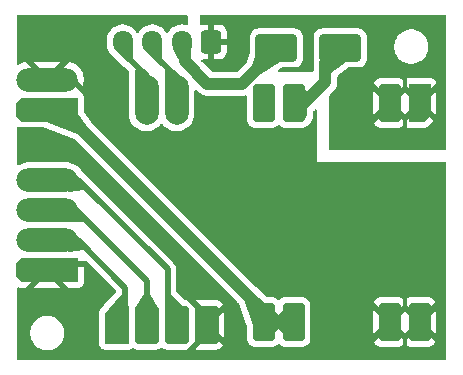
<source format=gbr>
%TF.GenerationSoftware,KiCad,Pcbnew,8.0.3*%
%TF.CreationDate,2025-03-04T21:36:17+03:00*%
%TF.ProjectId,5inch_dash_esp32s3,35696e63-685f-4646-9173-685f65737033,rev?*%
%TF.SameCoordinates,PX71969d0PY6c4a2b0*%
%TF.FileFunction,Copper,L1,Top*%
%TF.FilePolarity,Positive*%
%FSLAX46Y46*%
G04 Gerber Fmt 4.6, Leading zero omitted, Abs format (unit mm)*
G04 Created by KiCad (PCBNEW 8.0.3) date 2025-03-04 21:36:17*
%MOMM*%
%LPD*%
G01*
G04 APERTURE LIST*
G04 Aperture macros list*
%AMRoundRect*
0 Rectangle with rounded corners*
0 $1 Rounding radius*
0 $2 $3 $4 $5 $6 $7 $8 $9 X,Y pos of 4 corners*
0 Add a 4 corners polygon primitive as box body*
4,1,4,$2,$3,$4,$5,$6,$7,$8,$9,$2,$3,0*
0 Add four circle primitives for the rounded corners*
1,1,$1+$1,$2,$3*
1,1,$1+$1,$4,$5*
1,1,$1+$1,$6,$7*
1,1,$1+$1,$8,$9*
0 Add four rect primitives between the rounded corners*
20,1,$1+$1,$2,$3,$4,$5,0*
20,1,$1+$1,$4,$5,$6,$7,0*
20,1,$1+$1,$6,$7,$8,$9,0*
20,1,$1+$1,$8,$9,$2,$3,0*%
%AMOutline5P*
0 Free polygon, 5 corners , with rotation*
0 The origin of the aperture is its center*
0 number of corners: always 5*
0 $1 to $10 corner X, Y*
0 $11 Rotation angle, in degrees counterclockwise*
0 create outline with 5 corners*
4,1,5,$1,$2,$3,$4,$5,$6,$7,$8,$9,$10,$1,$2,$11*%
%AMOutline6P*
0 Free polygon, 6 corners , with rotation*
0 The origin of the aperture is its center*
0 number of corners: always 6*
0 $1 to $12 corner X, Y*
0 $13 Rotation angle, in degrees counterclockwise*
0 create outline with 6 corners*
4,1,6,$1,$2,$3,$4,$5,$6,$7,$8,$9,$10,$11,$12,$1,$2,$13*%
%AMOutline7P*
0 Free polygon, 7 corners , with rotation*
0 The origin of the aperture is its center*
0 number of corners: always 7*
0 $1 to $14 corner X, Y*
0 $15 Rotation angle, in degrees counterclockwise*
0 create outline with 7 corners*
4,1,7,$1,$2,$3,$4,$5,$6,$7,$8,$9,$10,$11,$12,$13,$14,$1,$2,$15*%
%AMOutline8P*
0 Free polygon, 8 corners , with rotation*
0 The origin of the aperture is its center*
0 number of corners: always 8*
0 $1 to $16 corner X, Y*
0 $17 Rotation angle, in degrees counterclockwise*
0 create outline with 8 corners*
4,1,8,$1,$2,$3,$4,$5,$6,$7,$8,$9,$10,$11,$12,$13,$14,$15,$16,$1,$2,$17*%
G04 Aperture macros list end*
%TA.AperFunction,SMDPad,CuDef*%
%ADD10Outline5P,-0.900000X1.060000X-0.360000X1.600000X0.900000X1.600000X0.900000X-1.600000X-0.900000X-1.600000X180.000000*%
%TD*%
%TA.AperFunction,SMDPad,CuDef*%
%ADD11RoundRect,0.225000X0.675000X1.375000X-0.675000X1.375000X-0.675000X-1.375000X0.675000X-1.375000X0*%
%TD*%
%TA.AperFunction,SMDPad,CuDef*%
%ADD12RoundRect,0.250000X1.500000X0.900000X-1.500000X0.900000X-1.500000X-0.900000X1.500000X-0.900000X0*%
%TD*%
%TA.AperFunction,SMDPad,CuDef*%
%ADD13Outline6P,-1.000000X2.200000X-0.600000X2.600000X0.600000X2.600000X1.000000X2.200000X1.000000X-2.600000X-1.000000X-2.600000X90.000000*%
%TD*%
%TA.AperFunction,SMDPad,CuDef*%
%ADD14O,5.200000X2.000000*%
%TD*%
%TA.AperFunction,SMDPad,CuDef*%
%ADD15Outline5P,-1.000000X1.000000X-0.400000X1.600000X1.000000X1.600000X1.000000X-1.600000X-1.000000X-1.600000X0.000000*%
%TD*%
%TA.AperFunction,SMDPad,CuDef*%
%ADD16RoundRect,0.250000X-0.750000X-1.350000X0.750000X-1.350000X0.750000X1.350000X-0.750000X1.350000X0*%
%TD*%
%TA.AperFunction,SMDPad,CuDef*%
%ADD17O,2.000000X4.200000*%
%TD*%
%TA.AperFunction,ComponentPad*%
%ADD18RoundRect,0.250000X0.600000X0.725000X-0.600000X0.725000X-0.600000X-0.725000X0.600000X-0.725000X0*%
%TD*%
%TA.AperFunction,ComponentPad*%
%ADD19O,1.700000X1.950000*%
%TD*%
%TA.AperFunction,Conductor*%
%ADD20C,0.500000*%
%TD*%
%TA.AperFunction,Conductor*%
%ADD21C,0.300000*%
%TD*%
%TA.AperFunction,Conductor*%
%ADD22C,1.000000*%
%TD*%
G04 APERTURE END LIST*
D10*
%TO.P,D2,1,GNDin1*%
%TO.N,GNDA*%
X34604000Y22271000D03*
D11*
%TO.P,D2,2,GNDin2*%
X32064000Y22271000D03*
%TO.P,D2,3,Vin1*%
%TO.N,Net-(D2-Vin1)*%
X23936000Y22271000D03*
%TO.P,D2,4,Vin2*%
X21396000Y22271000D03*
%TO.P,D2,5,Vout1*%
%TO.N,+5V*%
X21396000Y3729000D03*
%TO.P,D2,6,Vout2*%
X23936000Y3729000D03*
%TO.P,D2,7,GNDout1*%
%TO.N,GND*%
X32064000Y3729000D03*
%TO.P,D2,8,GNDout2*%
X34604000Y3729000D03*
%TD*%
D12*
%TO.P,D3,1,K*%
%TO.N,Net-(D2-Vin1)*%
X27866000Y26936000D03*
%TO.P,D3,2,A*%
%TO.N,+12V*%
X22466000Y26936000D03*
%TD*%
D13*
%TO.P,J3,1,Pin_1*%
%TO.N,+5V*%
X3068000Y21721000D03*
D14*
%TO.P,J3,2,Pin_2*%
%TO.N,GND*%
X3068000Y24261000D03*
%TD*%
D13*
%TO.P,J2,1,Pin_1*%
%TO.N,GND*%
X3068000Y8140000D03*
D14*
%TO.P,J2,2,Pin_2*%
%TO.N,+3.3V*%
X3068000Y10680000D03*
%TO.P,J2,3,Pin_3*%
%TO.N,TX*%
X3068000Y13220000D03*
%TO.P,J2,4,Pin_4*%
%TO.N,RX*%
X3068000Y15760000D03*
%TD*%
D15*
%TO.P,D1,1,Vcc*%
%TO.N,+3.3V*%
X8940000Y3500000D03*
D16*
%TO.P,D1,2,TX*%
%TO.N,TX*%
X11480000Y3500000D03*
%TO.P,D1,3,RX*%
%TO.N,RX*%
X14020000Y3500000D03*
%TO.P,D1,4,GND*%
%TO.N,GND*%
X16560000Y3500000D03*
D17*
%TO.P,D1,5,CAN-L*%
%TO.N,CAN-L*%
X14020000Y22500000D03*
%TO.P,D1,6,CAN-H*%
%TO.N,CAN-H*%
X11480000Y22500000D03*
%TD*%
D18*
%TO.P,J1,1,Pin_1*%
%TO.N,GNDA*%
X16958000Y27444000D03*
D19*
%TO.P,J1,2,Pin_2*%
%TO.N,+12V*%
X14458000Y27444000D03*
%TO.P,J1,3,Pin_3*%
%TO.N,CAN-L*%
X11958000Y27444000D03*
%TO.P,J1,4,Pin_4*%
%TO.N,CAN-H*%
X9458000Y27444000D03*
%TD*%
D20*
%TO.N,GND*%
X6400000Y23027238D02*
X6400000Y23000000D01*
X5166238Y24261000D02*
X6400000Y23027238D01*
X3068000Y24261000D02*
X5166238Y24261000D01*
D21*
%TO.N,GNDA*%
X33325090Y20992090D02*
X34604000Y22271000D01*
X33000000Y19386139D02*
X33325090Y19711229D01*
X33325090Y19711229D02*
X33325090Y20992090D01*
X33331906Y24668094D02*
X33250000Y24750000D01*
X33331906Y23543094D02*
X33331906Y24668094D01*
X34604000Y22271000D02*
X33331906Y23543094D01*
%TO.N,GND*%
X33331647Y5913627D02*
X33250000Y5995274D01*
X33331647Y5001353D02*
X33331647Y5913627D01*
X34604000Y3729000D02*
X33331647Y5001353D01*
X33322568Y1281423D02*
X33471638Y1132353D01*
X33322568Y2454476D02*
X33322568Y1281423D01*
X32517044Y3260000D02*
X33322568Y2454476D01*
X32204000Y3260000D02*
X32517044Y3260000D01*
D22*
%TO.N,Net-(D2-Vin1)*%
X27866000Y26936000D02*
X26623424Y25693424D01*
X26623424Y24029424D02*
X24584000Y21990000D01*
X24584000Y21990000D02*
X24584000Y21321000D01*
X26623424Y25693424D02*
X26623424Y24029424D01*
%TO.N,+12V*%
X14697745Y25802255D02*
X16612000Y23888000D01*
X14458000Y27444000D02*
X14697745Y27204255D01*
X14697745Y27204255D02*
X14697745Y25802255D01*
X22466000Y26776000D02*
X22466000Y26936000D01*
X16612000Y23888000D02*
X19578000Y23888000D01*
X19578000Y23888000D02*
X22466000Y26776000D01*
D20*
%TO.N,CAN-L*%
X12466000Y26034000D02*
X14020000Y24480000D01*
X12466000Y26936000D02*
X12466000Y26034000D01*
X14020000Y24480000D02*
X14020000Y22500000D01*
X11958000Y27444000D02*
X12466000Y26936000D01*
%TO.N,CAN-H*%
X9458000Y26542000D02*
X11480000Y24520000D01*
X11480000Y24520000D02*
X11480000Y22500000D01*
X9458000Y27444000D02*
X9458000Y26542000D01*
%TO.N,+3.3V*%
X5639000Y10680000D02*
X9675881Y6643119D01*
X9675881Y6643119D02*
X9675881Y4235881D01*
X3068000Y10680000D02*
X5639000Y10680000D01*
X9675881Y4235881D02*
X8940000Y3500000D01*
%TO.N,RX*%
X5684000Y15760000D02*
X13250000Y8194000D01*
X3068000Y15760000D02*
X5684000Y15760000D01*
X13250000Y4270000D02*
X14020000Y3500000D01*
X13250000Y8194000D02*
X13250000Y4270000D01*
%TO.N,GND*%
X14527311Y6303046D02*
X14385504Y6303046D01*
X16560000Y4128550D02*
X16560000Y4270357D01*
D21*
X16560000Y3500000D02*
X16560000Y4128550D01*
D20*
X16560000Y2678698D02*
X16507708Y2678698D01*
X4234000Y8140000D02*
X4760491Y8666491D01*
D21*
X16560000Y3500000D02*
X16560000Y2678698D01*
X4234000Y8140000D02*
X4894000Y8800000D01*
D20*
X4760491Y8666491D02*
X6239232Y8666491D01*
D21*
X3068000Y8140000D02*
X1674750Y8140000D01*
X3068000Y24261000D02*
X1489853Y24261000D01*
X3068000Y8140000D02*
X4234000Y8140000D01*
D20*
X14947479Y1118469D02*
X14947479Y1066177D01*
X16507708Y2678698D02*
X14947479Y1118469D01*
X16560000Y4270357D02*
X14527311Y6303046D01*
%TO.N,TX*%
X3068000Y13220000D02*
X5474000Y13220000D01*
X11480000Y7214000D02*
X11480000Y3500000D01*
X5474000Y13220000D02*
X11480000Y7214000D01*
D22*
%TO.N,+5V*%
X21650000Y3731000D02*
X21650000Y4350000D01*
D21*
X21650000Y3731000D02*
X24190000Y3731000D01*
D22*
X4279000Y21721000D02*
X3068000Y21721000D01*
X21650000Y4350000D02*
X4279000Y21721000D01*
%TD*%
%TA.AperFunction,Conductor*%
%TO.N,GND*%
G36*
X14921039Y29725815D02*
G01*
X14966794Y29673011D01*
X14978000Y29621500D01*
X14978000Y28990713D01*
X14958315Y28923674D01*
X14905511Y28877919D01*
X14836353Y28867975D01*
X14815684Y28872781D01*
X14812015Y28873974D01*
X14774243Y28886246D01*
X14774239Y28886247D01*
X14774238Y28886247D01*
X14655028Y28905128D01*
X14564287Y28919500D01*
X14351713Y28919500D01*
X14303042Y28911792D01*
X14141760Y28886247D01*
X13939585Y28820556D01*
X13750179Y28724049D01*
X13578213Y28599110D01*
X13427894Y28448791D01*
X13427890Y28448786D01*
X13308318Y28284207D01*
X13252989Y28241541D01*
X13183375Y28235562D01*
X13121580Y28268167D01*
X13107682Y28284207D01*
X12988109Y28448786D01*
X12988105Y28448791D01*
X12837786Y28599110D01*
X12665820Y28724049D01*
X12476414Y28820556D01*
X12476413Y28820557D01*
X12476412Y28820557D01*
X12274243Y28886246D01*
X12274241Y28886247D01*
X12274240Y28886247D01*
X12112957Y28911792D01*
X12064287Y28919500D01*
X11851713Y28919500D01*
X11803042Y28911792D01*
X11641760Y28886247D01*
X11439585Y28820556D01*
X11250179Y28724049D01*
X11078213Y28599110D01*
X10927894Y28448791D01*
X10927890Y28448786D01*
X10808318Y28284207D01*
X10752989Y28241541D01*
X10683375Y28235562D01*
X10621580Y28268167D01*
X10607682Y28284207D01*
X10488109Y28448786D01*
X10488105Y28448791D01*
X10337786Y28599110D01*
X10165820Y28724049D01*
X9976414Y28820556D01*
X9976413Y28820557D01*
X9976412Y28820557D01*
X9774243Y28886246D01*
X9774241Y28886247D01*
X9774240Y28886247D01*
X9612957Y28911792D01*
X9564287Y28919500D01*
X9351713Y28919500D01*
X9303042Y28911792D01*
X9141760Y28886247D01*
X8939585Y28820556D01*
X8750179Y28724049D01*
X8578213Y28599110D01*
X8427890Y28448787D01*
X8302951Y28276821D01*
X8206444Y28087415D01*
X8140753Y27885240D01*
X8107500Y27675287D01*
X8107500Y27212714D01*
X8140753Y27002761D01*
X8206444Y26800586D01*
X8302951Y26611180D01*
X8427890Y26439214D01*
X8427896Y26439208D01*
X8578208Y26288896D01*
X8631109Y26250462D01*
X8643586Y26240084D01*
X8644387Y26239324D01*
X8644390Y26239320D01*
X9582656Y25348728D01*
X9582663Y25348722D01*
X9582665Y25348720D01*
X9621905Y25314836D01*
X9634082Y25304550D01*
X9984144Y24954488D01*
X10017629Y24893165D01*
X10020380Y24862270D01*
X9975012Y23623261D01*
X9975742Y23571922D01*
X9975743Y23571915D01*
X9976831Y23566757D01*
X9979500Y23541167D01*
X9979500Y21281903D01*
X10016446Y21048632D01*
X10089433Y20824004D01*
X10194734Y20617342D01*
X10196657Y20613567D01*
X10335483Y20422490D01*
X10502490Y20255483D01*
X10693567Y20116657D01*
X10792991Y20065998D01*
X10904003Y20009434D01*
X10904005Y20009434D01*
X10904008Y20009432D01*
X11024412Y19970311D01*
X11128631Y19936447D01*
X11361903Y19899500D01*
X11361908Y19899500D01*
X11598097Y19899500D01*
X11831368Y19936447D01*
X12055992Y20009432D01*
X12266433Y20116657D01*
X12457510Y20255483D01*
X12624517Y20422490D01*
X12649682Y20457128D01*
X12705011Y20499793D01*
X12774625Y20505772D01*
X12836420Y20473167D01*
X12850315Y20457130D01*
X12875483Y20422490D01*
X13042490Y20255483D01*
X13233567Y20116657D01*
X13332991Y20065998D01*
X13444003Y20009434D01*
X13444005Y20009434D01*
X13444008Y20009432D01*
X13564412Y19970311D01*
X13668631Y19936447D01*
X13901903Y19899500D01*
X13901908Y19899500D01*
X14138097Y19899500D01*
X14371368Y19936447D01*
X14595992Y20009432D01*
X14806433Y20116657D01*
X14997510Y20255483D01*
X15164517Y20422490D01*
X15303343Y20613567D01*
X15410568Y20824008D01*
X15483553Y21048632D01*
X15520500Y21281903D01*
X15520500Y23265218D01*
X15540185Y23332257D01*
X15592989Y23378012D01*
X15662147Y23387956D01*
X15725703Y23358931D01*
X15732157Y23352922D01*
X15834860Y23250219D01*
X15834861Y23250218D01*
X15912878Y23172201D01*
X15974219Y23110860D01*
X16138079Y23001372D01*
X16138086Y23001368D01*
X16221954Y22966629D01*
X16320164Y22925949D01*
X16513454Y22887501D01*
X16513457Y22887500D01*
X16513459Y22887500D01*
X19676542Y22887500D01*
X19695870Y22891345D01*
X19773188Y22906725D01*
X19847312Y22921469D01*
X19916903Y22915240D01*
X19972079Y22872376D01*
X19995322Y22806485D01*
X19995500Y22799851D01*
X19995500Y20847663D01*
X19995501Y20847645D01*
X20005650Y20748293D01*
X20005651Y20748290D01*
X20058996Y20587306D01*
X20059001Y20587295D01*
X20148029Y20442960D01*
X20148032Y20442956D01*
X20267955Y20323033D01*
X20267959Y20323030D01*
X20412294Y20234002D01*
X20412297Y20234001D01*
X20412303Y20233997D01*
X20573292Y20180651D01*
X20672655Y20170500D01*
X22119344Y20170501D01*
X22119352Y20170502D01*
X22119355Y20170502D01*
X22173760Y20176060D01*
X22218708Y20180651D01*
X22379697Y20233997D01*
X22524044Y20323032D01*
X22578319Y20377307D01*
X22639642Y20410792D01*
X22709334Y20405808D01*
X22753681Y20377307D01*
X22807955Y20323033D01*
X22807959Y20323030D01*
X22952294Y20234002D01*
X22952297Y20234001D01*
X22952303Y20233997D01*
X23113292Y20180651D01*
X23212655Y20170500D01*
X24659344Y20170501D01*
X24659352Y20170502D01*
X24659355Y20170502D01*
X24713760Y20176060D01*
X24758708Y20180651D01*
X24919697Y20233997D01*
X25064044Y20323032D01*
X25183968Y20442956D01*
X25273003Y20587303D01*
X25276795Y20593450D01*
X25278011Y20592700D01*
X25295258Y20617338D01*
X25361139Y20683218D01*
X25470632Y20847086D01*
X25546051Y21029165D01*
X25584500Y21222459D01*
X25584500Y21524219D01*
X25604185Y21591258D01*
X25620815Y21611896D01*
X25716320Y21707401D01*
X25777642Y21740885D01*
X25847334Y21735901D01*
X25903267Y21694029D01*
X25927684Y21628565D01*
X25928000Y21619719D01*
X25928000Y17284000D01*
X36741500Y17284000D01*
X36808539Y17264315D01*
X36854294Y17211511D01*
X36865500Y17160000D01*
X36865500Y624500D01*
X36845815Y557461D01*
X36793011Y511706D01*
X36741500Y500500D01*
X624500Y500500D01*
X557461Y520185D01*
X511706Y572989D01*
X500500Y624500D01*
X500500Y2920163D01*
X1617500Y2920163D01*
X1617500Y2691838D01*
X1653215Y2466340D01*
X1723770Y2249197D01*
X1760080Y2177936D01*
X1827421Y2045772D01*
X1961621Y1861063D01*
X2123063Y1699621D01*
X2307772Y1565421D01*
X2360912Y1538345D01*
X2511196Y1461771D01*
X2511198Y1461771D01*
X2511201Y1461769D01*
X2627592Y1423951D01*
X2728339Y1391216D01*
X2953838Y1355500D01*
X2953843Y1355500D01*
X3182162Y1355500D01*
X3407660Y1391216D01*
X3433155Y1399500D01*
X3624799Y1461769D01*
X3828228Y1565421D01*
X4012937Y1699621D01*
X4174379Y1861063D01*
X4308579Y2045772D01*
X4412231Y2249201D01*
X4482784Y2466340D01*
X4518500Y2691838D01*
X4518500Y2920163D01*
X4482784Y3145661D01*
X4412229Y3362804D01*
X4342323Y3500001D01*
X4308579Y3566228D01*
X4174379Y3750937D01*
X4012937Y3912379D01*
X3828228Y4046579D01*
X3624803Y4150230D01*
X3407660Y4220785D01*
X3182162Y4256500D01*
X3182157Y4256500D01*
X2953843Y4256500D01*
X2953838Y4256500D01*
X2728339Y4220785D01*
X2511196Y4150230D01*
X2307771Y4046579D01*
X2123061Y3912378D01*
X1961622Y3750939D01*
X1827421Y3566229D01*
X1723770Y3362804D01*
X1653215Y3145661D01*
X1617500Y2920163D01*
X500500Y2920163D01*
X500500Y6565448D01*
X520185Y6632487D01*
X572989Y6678242D01*
X642147Y6688186D01*
X671953Y6680009D01*
X743075Y6650550D01*
X827058Y6640001D01*
X827065Y6640000D01*
X1214447Y6640000D01*
X1214447Y6640001D01*
X1921552Y6640001D01*
X1921553Y6640000D01*
X4214447Y6640000D01*
X4214447Y6640001D01*
X3068000Y7786447D01*
X1921552Y6640001D01*
X1214447Y6640001D01*
X2980319Y8405872D01*
X3041642Y8439357D01*
X3111334Y8434373D01*
X3155681Y8405872D01*
X4921553Y6640000D01*
X5715828Y6640000D01*
X5715844Y6640001D01*
X5775372Y6646402D01*
X5775379Y6646404D01*
X5910086Y6696646D01*
X5910093Y6696650D01*
X6025187Y6782810D01*
X6025190Y6782813D01*
X6111350Y6897907D01*
X6111354Y6897914D01*
X6161596Y7032621D01*
X6161598Y7032628D01*
X6167999Y7092156D01*
X6168000Y7092173D01*
X6168000Y8790270D01*
X6187685Y8857309D01*
X6240489Y8903064D01*
X6309647Y8913008D01*
X6373203Y8883983D01*
X6379681Y8877951D01*
X8856654Y6400978D01*
X8890139Y6339655D01*
X8885155Y6269963D01*
X8860711Y6229869D01*
X7911585Y5186205D01*
X7911568Y5186185D01*
X7897997Y5167781D01*
X7885882Y5153698D01*
X7557117Y4824933D01*
X7557108Y4824923D01*
X7505136Y4758018D01*
X7450060Y4625050D01*
X7439500Y4540981D01*
X7439500Y1852130D01*
X7439501Y1852124D01*
X7445908Y1792517D01*
X7496202Y1657672D01*
X7496206Y1657665D01*
X7582452Y1542456D01*
X7582455Y1542453D01*
X7697664Y1456207D01*
X7697671Y1456203D01*
X7832517Y1405909D01*
X7832516Y1405909D01*
X7839444Y1405165D01*
X7892127Y1399500D01*
X9987872Y1399501D01*
X10047483Y1405909D01*
X10182331Y1456204D01*
X10224488Y1487764D01*
X10289949Y1512180D01*
X10358222Y1497329D01*
X10363893Y1494035D01*
X10374064Y1487762D01*
X10410666Y1465186D01*
X10577203Y1410001D01*
X10679991Y1399500D01*
X12280008Y1399501D01*
X12382797Y1410001D01*
X12549334Y1465186D01*
X12684905Y1548807D01*
X12752296Y1567246D01*
X12815094Y1548807D01*
X12950666Y1465186D01*
X13117203Y1410001D01*
X13219991Y1399500D01*
X14820008Y1399501D01*
X14922797Y1410001D01*
X15089334Y1465186D01*
X15225382Y1549102D01*
X15292771Y1567540D01*
X15355573Y1549099D01*
X15490869Y1465647D01*
X15490880Y1465642D01*
X15657302Y1410495D01*
X15657309Y1410494D01*
X15760019Y1400001D01*
X17359971Y1400001D01*
X17359987Y1400002D01*
X17462697Y1410495D01*
X17629119Y1465642D01*
X17629124Y1465644D01*
X17778345Y1557685D01*
X17902314Y1681654D01*
X17949039Y1757408D01*
X17949039Y1757409D01*
X16294128Y3412320D01*
X16260643Y3473643D01*
X16262528Y3500001D01*
X16913553Y3500001D01*
X16913553Y3499999D01*
X18059998Y2353554D01*
X18059999Y2353555D01*
X18059999Y4646447D01*
X18059998Y4646448D01*
X16913553Y3500001D01*
X16262528Y3500001D01*
X16265627Y3543335D01*
X16294128Y3587682D01*
X16560000Y3853553D01*
X17949039Y5242593D01*
X17949039Y5242594D01*
X17902315Y5318346D01*
X17778345Y5442316D01*
X17629124Y5534357D01*
X17629119Y5534359D01*
X17462697Y5589506D01*
X17462690Y5589507D01*
X17359980Y5600000D01*
X15760028Y5600000D01*
X15760012Y5599999D01*
X15657302Y5589506D01*
X15490880Y5534359D01*
X15490875Y5534357D01*
X15355573Y5450901D01*
X15288180Y5432461D01*
X15225380Y5450901D01*
X15089340Y5534811D01*
X15089335Y5534813D01*
X15089334Y5534814D01*
X14922797Y5589999D01*
X14922794Y5590000D01*
X14827288Y5599757D01*
X14762596Y5626154D01*
X14756175Y5631640D01*
X14040784Y6286348D01*
X14004619Y6346129D01*
X14000500Y6377823D01*
X14000500Y8267921D01*
X13971659Y8412908D01*
X13971658Y8412909D01*
X13971658Y8412913D01*
X13915084Y8549495D01*
X13882186Y8598730D01*
X13882185Y8598732D01*
X13832956Y8672411D01*
X13832952Y8672416D01*
X6918563Y15586805D01*
X6907206Y15599870D01*
X6890996Y15621386D01*
X6890987Y15621395D01*
X5935327Y16571177D01*
X5922419Y16586243D01*
X5812522Y16737504D01*
X5812518Y16737509D01*
X5645512Y16904515D01*
X5645510Y16904517D01*
X5454433Y17043343D01*
X5428945Y17056330D01*
X5243996Y17150567D01*
X5019368Y17223554D01*
X4786097Y17260500D01*
X4786092Y17260500D01*
X1349908Y17260500D01*
X1349903Y17260500D01*
X1116631Y17223554D01*
X892003Y17150567D01*
X680795Y17042950D01*
X612126Y17030054D01*
X547385Y17056330D01*
X507128Y17113437D01*
X500500Y17153435D01*
X500500Y20145907D01*
X520185Y20212946D01*
X572989Y20258701D01*
X642147Y20268645D01*
X671951Y20260469D01*
X742950Y20231060D01*
X827023Y20220500D01*
X2670178Y20220501D01*
X2713627Y20212640D01*
X5338777Y19230529D01*
X5383009Y19202071D01*
X19232063Y5353017D01*
X19260317Y5309324D01*
X19925091Y3557251D01*
X19925092Y3557247D01*
X19925093Y3557247D01*
X19929091Y3546709D01*
X19929091Y3546708D01*
X19987436Y3392934D01*
X19995500Y3348946D01*
X19995500Y2305663D01*
X19995501Y2305645D01*
X20005650Y2206293D01*
X20005651Y2206290D01*
X20058996Y2045306D01*
X20059001Y2045295D01*
X20148029Y1900960D01*
X20148032Y1900956D01*
X20267955Y1781033D01*
X20267959Y1781030D01*
X20412294Y1692002D01*
X20412297Y1692001D01*
X20412303Y1691997D01*
X20573292Y1638651D01*
X20672655Y1628500D01*
X22119344Y1628501D01*
X22119352Y1628502D01*
X22119355Y1628502D01*
X22173760Y1634060D01*
X22218708Y1638651D01*
X22379697Y1691997D01*
X22524044Y1781032D01*
X22578319Y1835307D01*
X22639642Y1868792D01*
X22709334Y1863808D01*
X22753681Y1835307D01*
X22807955Y1781033D01*
X22807959Y1781030D01*
X22952294Y1692002D01*
X22952297Y1692001D01*
X22952303Y1691997D01*
X23113292Y1638651D01*
X23212655Y1628500D01*
X24659344Y1628501D01*
X24659352Y1628502D01*
X24659355Y1628502D01*
X24713760Y1634060D01*
X24758708Y1638651D01*
X24919697Y1691997D01*
X25064044Y1781032D01*
X25183968Y1900956D01*
X25270611Y2041425D01*
X30729976Y2041425D01*
X30729976Y2041423D01*
X30816423Y1901272D01*
X30936271Y1781425D01*
X31080507Y1692458D01*
X31080518Y1692453D01*
X31241393Y1639145D01*
X31340683Y1629001D01*
X32787307Y1629001D01*
X32787323Y1629002D01*
X32886607Y1639145D01*
X33047481Y1692453D01*
X33047492Y1692458D01*
X33191728Y1781425D01*
X33191732Y1781428D01*
X33246319Y1836014D01*
X33307642Y1869499D01*
X33377334Y1864515D01*
X33421681Y1836014D01*
X33476267Y1781428D01*
X33476271Y1781425D01*
X33620507Y1692458D01*
X33620518Y1692453D01*
X33781393Y1639145D01*
X33880683Y1629001D01*
X35327307Y1629001D01*
X35327323Y1629002D01*
X35426607Y1639145D01*
X35587481Y1692453D01*
X35587492Y1692458D01*
X35731728Y1781425D01*
X35731732Y1781428D01*
X35851572Y1901268D01*
X35851575Y1901272D01*
X35938022Y2041423D01*
X35938022Y2041426D01*
X34604000Y3375447D01*
X33507000Y2278448D01*
X33507000Y2229447D01*
X33487315Y2162408D01*
X33434511Y2116653D01*
X33383000Y2105447D01*
X33285000Y2105447D01*
X33217961Y2125132D01*
X33172206Y2177936D01*
X33161000Y2229447D01*
X33161000Y2278447D01*
X32064000Y3375447D01*
X30729976Y2041425D01*
X25270611Y2041425D01*
X25273003Y2045303D01*
X25326349Y2206292D01*
X25336500Y2305655D01*
X25336500Y2682554D01*
X30664000Y2682554D01*
X31710447Y3729000D01*
X32417553Y3729000D01*
X33334000Y2812553D01*
X34250447Y3729000D01*
X34250446Y3729001D01*
X34957553Y3729001D01*
X34957553Y3729000D01*
X36003998Y2682554D01*
X36003999Y2682555D01*
X36003999Y4775447D01*
X36003998Y4775448D01*
X34957553Y3729001D01*
X34250446Y3729001D01*
X33334000Y4645447D01*
X32417553Y3729000D01*
X31710447Y3729000D01*
X31710447Y3729001D01*
X30664000Y4775448D01*
X30664000Y2682554D01*
X25336500Y2682554D01*
X25336499Y5152344D01*
X25334763Y5169334D01*
X25326349Y5251708D01*
X25326348Y5251711D01*
X25307257Y5309324D01*
X25273003Y5412697D01*
X25272999Y5412703D01*
X25272998Y5412706D01*
X25270610Y5416578D01*
X30729976Y5416578D01*
X30729976Y5416577D01*
X32064000Y4082553D01*
X33160999Y5179553D01*
X33161000Y5179554D01*
X33161000Y5228553D01*
X33180685Y5295592D01*
X33233489Y5341347D01*
X33285000Y5352553D01*
X33383000Y5352553D01*
X33450039Y5332868D01*
X33495794Y5280064D01*
X33507000Y5228553D01*
X33507000Y5179553D01*
X34604000Y4082553D01*
X34604001Y4082553D01*
X35938022Y5416577D01*
X35938022Y5416578D01*
X35851572Y5556733D01*
X35731728Y5676576D01*
X35587492Y5765543D01*
X35587481Y5765548D01*
X35426606Y5818856D01*
X35327316Y5829000D01*
X33880692Y5829000D01*
X33880676Y5828999D01*
X33781392Y5818856D01*
X33620518Y5765548D01*
X33620507Y5765543D01*
X33476271Y5676576D01*
X33421681Y5621986D01*
X33360357Y5588502D01*
X33290665Y5593487D01*
X33246319Y5621986D01*
X33191728Y5676576D01*
X33047492Y5765543D01*
X33047481Y5765548D01*
X32886606Y5818856D01*
X32787316Y5829000D01*
X31340692Y5829000D01*
X31340676Y5828999D01*
X31241392Y5818856D01*
X31080518Y5765548D01*
X31080507Y5765543D01*
X30936271Y5676576D01*
X30816427Y5556733D01*
X30729976Y5416578D01*
X25270610Y5416578D01*
X25183970Y5557041D01*
X25183967Y5557045D01*
X25064044Y5676968D01*
X25064040Y5676971D01*
X24919705Y5765999D01*
X24919699Y5766002D01*
X24919697Y5766003D01*
X24919694Y5766004D01*
X24758709Y5819349D01*
X24659346Y5829500D01*
X23212662Y5829500D01*
X23212644Y5829499D01*
X23113292Y5819350D01*
X23113289Y5819349D01*
X22952305Y5766004D01*
X22952294Y5765999D01*
X22807959Y5676971D01*
X22807955Y5676968D01*
X22753681Y5622693D01*
X22692358Y5589208D01*
X22622666Y5594192D01*
X22578319Y5622693D01*
X22524044Y5676968D01*
X22524040Y5676971D01*
X22379705Y5765999D01*
X22379699Y5766002D01*
X22379697Y5766003D01*
X22379694Y5766004D01*
X22218709Y5819349D01*
X22119352Y5829500D01*
X22119345Y5829500D01*
X21726117Y5829500D01*
X21659078Y5849185D01*
X21642755Y5861703D01*
X20744549Y6677374D01*
X20744546Y6677376D01*
X20744540Y6677382D01*
X20712292Y6704309D01*
X20712289Y6704311D01*
X20707903Y6707973D01*
X20708173Y6708297D01*
X20698886Y6716034D01*
X6754344Y20660576D01*
X6739374Y20678696D01*
X6189848Y21489633D01*
X6168536Y21556173D01*
X6168499Y21559194D01*
X6168499Y22768871D01*
X6168498Y22768877D01*
X6162091Y22828484D01*
X6111797Y22963329D01*
X6111793Y22963336D01*
X6025547Y23078545D01*
X6025544Y23078548D01*
X5910335Y23164794D01*
X5902546Y23169047D01*
X5904267Y23172201D01*
X5862025Y23203814D01*
X5837599Y23269275D01*
X5852442Y23337550D01*
X5860964Y23351023D01*
X5950914Y23474829D01*
X6058102Y23685198D01*
X6131065Y23909753D01*
X6168000Y24142948D01*
X6168000Y24379053D01*
X6131065Y24612248D01*
X6058102Y24836803D01*
X5950914Y25047172D01*
X5812133Y25238187D01*
X5645186Y25405134D01*
X5454171Y25543915D01*
X5243802Y25651103D01*
X5019246Y25724066D01*
X4903026Y25742474D01*
X4903024Y25742473D01*
X3155680Y23995129D01*
X3094357Y23961644D01*
X3024665Y23966628D01*
X2980318Y23995129D01*
X1232974Y25742474D01*
X1232972Y25742474D01*
X1116753Y25724066D01*
X892197Y25651103D01*
X680795Y25543388D01*
X612126Y25530492D01*
X547385Y25556768D01*
X507128Y25613875D01*
X500500Y25653873D01*
X500500Y25761000D01*
X1921553Y25761000D01*
X3068000Y24614554D01*
X4214446Y25761000D01*
X1921553Y25761000D01*
X500500Y25761000D01*
X500500Y29621500D01*
X520185Y29688539D01*
X572989Y29734294D01*
X624500Y29745500D01*
X14854000Y29745500D01*
X14921039Y29725815D01*
G37*
%TD.AperFunction*%
%TD*%
%TA.AperFunction,Conductor*%
%TO.N,GNDA*%
G36*
X36808539Y29725815D02*
G01*
X36854294Y29673011D01*
X36865500Y29621500D01*
X36865500Y18424000D01*
X36845815Y18356961D01*
X36793011Y18311206D01*
X36741500Y18300000D01*
X27068000Y18300000D01*
X27000961Y18319685D01*
X26955206Y18372489D01*
X26944000Y18424000D01*
X26944000Y20583425D01*
X30729976Y20583425D01*
X30729976Y20583423D01*
X30816423Y20443272D01*
X30936271Y20323425D01*
X31080507Y20234458D01*
X31080518Y20234453D01*
X31241393Y20181145D01*
X31340683Y20171001D01*
X32787307Y20171001D01*
X32787323Y20171002D01*
X32886607Y20181145D01*
X33047481Y20234453D01*
X33047492Y20234458D01*
X33197879Y20327218D01*
X33199556Y20324499D01*
X33251079Y20345342D01*
X33319734Y20332368D01*
X33339086Y20318290D01*
X33339712Y20319125D01*
X33461906Y20227650D01*
X33461913Y20227646D01*
X33596620Y20177404D01*
X33596627Y20177402D01*
X33656155Y20171001D01*
X33656172Y20171000D01*
X35004942Y20171000D01*
X35004943Y20171001D01*
X35088925Y20181550D01*
X35221758Y20236571D01*
X35288597Y20288493D01*
X35288610Y20288504D01*
X35760776Y20760671D01*
X35760776Y20760672D01*
X34604000Y21917447D01*
X33507000Y20820448D01*
X33507000Y20771447D01*
X33487315Y20704408D01*
X33434511Y20658653D01*
X33383000Y20647447D01*
X33285000Y20647447D01*
X33217961Y20667132D01*
X33172206Y20719936D01*
X33161000Y20771447D01*
X33161000Y20820447D01*
X32064000Y21917447D01*
X30729976Y20583425D01*
X26944000Y20583425D01*
X26944000Y21224554D01*
X30664000Y21224554D01*
X31710447Y22271000D01*
X32417553Y22271000D01*
X33334000Y21354553D01*
X34250447Y22271000D01*
X34250446Y22271001D01*
X34957553Y22271001D01*
X34957553Y22271000D01*
X36003999Y21224553D01*
X36004000Y21224554D01*
X36004000Y23317447D01*
X36003999Y23317448D01*
X34957553Y22271001D01*
X34250446Y22271001D01*
X33334000Y23187447D01*
X32417553Y22271000D01*
X31710447Y22271000D01*
X31710447Y22271001D01*
X30664000Y23317448D01*
X30664000Y21224554D01*
X26944000Y21224554D01*
X26944000Y22883719D01*
X26963685Y22950758D01*
X26980319Y22971400D01*
X27010287Y23001368D01*
X27261202Y23252283D01*
X27261206Y23252285D01*
X27400563Y23391642D01*
X27510056Y23555510D01*
X27563385Y23684259D01*
X27585475Y23737588D01*
X27623924Y23930884D01*
X27623924Y23958578D01*
X30729976Y23958578D01*
X30729976Y23958577D01*
X32064000Y22624553D01*
X33160999Y23721553D01*
X33161000Y23721554D01*
X33161000Y23770553D01*
X33180685Y23837592D01*
X33233489Y23883347D01*
X33285000Y23894553D01*
X33383000Y23894553D01*
X33450039Y23874868D01*
X33495794Y23822064D01*
X33507000Y23770553D01*
X33507000Y23721553D01*
X34604000Y22624553D01*
X34604001Y22624553D01*
X35986792Y24007346D01*
X35947352Y24113091D01*
X35947351Y24113092D01*
X35861190Y24228188D01*
X35861187Y24228191D01*
X35746093Y24314351D01*
X35746086Y24314355D01*
X35611379Y24364597D01*
X35611372Y24364599D01*
X35551844Y24371000D01*
X33656155Y24371000D01*
X33596627Y24364599D01*
X33596620Y24364597D01*
X33461913Y24314355D01*
X33461906Y24314351D01*
X33339712Y24222875D01*
X33337941Y24225241D01*
X33289642Y24198881D01*
X33219952Y24203883D01*
X33198577Y24215915D01*
X33197879Y24214782D01*
X33047492Y24307543D01*
X33047481Y24307548D01*
X32886606Y24360856D01*
X32787316Y24371000D01*
X31340692Y24371000D01*
X31340676Y24370999D01*
X31241392Y24360856D01*
X31080518Y24307548D01*
X31080507Y24307543D01*
X30936271Y24218576D01*
X30816427Y24098733D01*
X30729976Y23958578D01*
X27623924Y23958578D01*
X27623924Y24127964D01*
X27623924Y24514184D01*
X27643609Y24581223D01*
X27671382Y24611741D01*
X28496472Y25259060D01*
X28561366Y25284953D01*
X28573011Y25285501D01*
X29416002Y25285501D01*
X29416008Y25285501D01*
X29518797Y25296001D01*
X29685334Y25351186D01*
X29834656Y25443288D01*
X29958712Y25567344D01*
X30050814Y25716666D01*
X30105999Y25883203D01*
X30116500Y25985991D01*
X30116499Y27164163D01*
X32443500Y27164163D01*
X32443500Y26935838D01*
X32479215Y26710340D01*
X32549770Y26493197D01*
X32597320Y26399876D01*
X32653421Y26289772D01*
X32787621Y26105063D01*
X32949063Y25943621D01*
X33133772Y25809421D01*
X33223428Y25763739D01*
X33337196Y25705771D01*
X33337198Y25705771D01*
X33337201Y25705769D01*
X33453592Y25667951D01*
X33554339Y25635216D01*
X33779838Y25599500D01*
X33779843Y25599500D01*
X34008162Y25599500D01*
X34233660Y25635216D01*
X34450799Y25705769D01*
X34654228Y25809421D01*
X34838937Y25943621D01*
X35000379Y26105063D01*
X35134579Y26289772D01*
X35238231Y26493201D01*
X35308784Y26710340D01*
X35344500Y26935838D01*
X35344500Y27164163D01*
X35308784Y27389661D01*
X35238229Y27606804D01*
X35134578Y27810229D01*
X35124504Y27824095D01*
X35000379Y27994937D01*
X34838937Y28156379D01*
X34654228Y28290579D01*
X34450803Y28394230D01*
X34233660Y28464785D01*
X34008162Y28500500D01*
X34008157Y28500500D01*
X33779843Y28500500D01*
X33779838Y28500500D01*
X33554339Y28464785D01*
X33337196Y28394230D01*
X33133771Y28290579D01*
X32949061Y28156378D01*
X32787622Y27994939D01*
X32653421Y27810229D01*
X32549770Y27606804D01*
X32479215Y27389661D01*
X32443500Y27164163D01*
X30116499Y27164163D01*
X30116499Y27886008D01*
X30116435Y27886630D01*
X30105999Y27988797D01*
X30105998Y27988800D01*
X30103964Y27994939D01*
X30050814Y28155334D01*
X29958712Y28304656D01*
X29834656Y28428712D01*
X29738332Y28488125D01*
X29685336Y28520813D01*
X29685331Y28520815D01*
X29683862Y28521302D01*
X29518797Y28575999D01*
X29518795Y28576000D01*
X29416010Y28586500D01*
X26315998Y28586500D01*
X26315981Y28586499D01*
X26213203Y28576000D01*
X26213200Y28575999D01*
X26046668Y28520815D01*
X26046663Y28520813D01*
X25897342Y28428711D01*
X25773289Y28304658D01*
X25681187Y28155337D01*
X25681186Y28155334D01*
X25626001Y27988797D01*
X25626001Y27988796D01*
X25626000Y27988796D01*
X25615500Y27886017D01*
X25615500Y25985999D01*
X25615501Y25985981D01*
X25624481Y25898081D01*
X25625120Y25884636D01*
X25624625Y25811899D01*
X25623215Y25798052D01*
X25623520Y25798022D01*
X25622924Y25791969D01*
X25622924Y25561947D01*
X25622921Y25561104D01*
X25619291Y25027157D01*
X25599151Y24960253D01*
X25546037Y24914858D01*
X25495294Y24904000D01*
X22755334Y24904000D01*
X22688295Y24923685D01*
X22642540Y24976489D01*
X22632596Y25045647D01*
X22661621Y25109203D01*
X22688206Y25132258D01*
X22895550Y25265759D01*
X22962573Y25285501D01*
X24016002Y25285501D01*
X24016008Y25285501D01*
X24118797Y25296001D01*
X24285334Y25351186D01*
X24434656Y25443288D01*
X24558712Y25567344D01*
X24650814Y25716666D01*
X24705999Y25883203D01*
X24716500Y25985991D01*
X24716499Y27886008D01*
X24716435Y27886630D01*
X24705999Y27988797D01*
X24705998Y27988800D01*
X24703964Y27994939D01*
X24650814Y28155334D01*
X24558712Y28304656D01*
X24434656Y28428712D01*
X24338332Y28488125D01*
X24285336Y28520813D01*
X24285331Y28520815D01*
X24283862Y28521302D01*
X24118797Y28575999D01*
X24118795Y28576000D01*
X24016010Y28586500D01*
X20915998Y28586500D01*
X20915981Y28586499D01*
X20813203Y28576000D01*
X20813200Y28575999D01*
X20646668Y28520815D01*
X20646663Y28520813D01*
X20497342Y28428711D01*
X20373289Y28304658D01*
X20281187Y28155337D01*
X20281186Y28155334D01*
X20226001Y27988797D01*
X20226001Y27988796D01*
X20226000Y27988796D01*
X20215500Y27886017D01*
X20215500Y26607865D01*
X20210884Y26574348D01*
X19970404Y25717788D01*
X19938701Y25663624D01*
X19215399Y24940319D01*
X19154076Y24906834D01*
X19127718Y24904000D01*
X17062283Y24904000D01*
X16995244Y24923685D01*
X16974602Y24940319D01*
X16151182Y25763739D01*
X16117697Y25825062D01*
X16122681Y25894754D01*
X16164553Y25950687D01*
X16230017Y25975104D01*
X16251466Y25974778D01*
X16308020Y25969001D01*
X16707999Y25969001D01*
X16708000Y25969002D01*
X16708000Y27039855D01*
X16774657Y27001370D01*
X16895465Y26969000D01*
X17020535Y26969000D01*
X17141343Y27001370D01*
X17208000Y27039855D01*
X17208000Y25969001D01*
X17607972Y25969001D01*
X17607986Y25969002D01*
X17710697Y25979495D01*
X17877119Y26034642D01*
X17877124Y26034644D01*
X18026345Y26126685D01*
X18150315Y26250655D01*
X18242356Y26399876D01*
X18242358Y26399881D01*
X18297505Y26566303D01*
X18297506Y26566310D01*
X18307999Y26669014D01*
X18308000Y26669027D01*
X18308000Y27194000D01*
X17362146Y27194000D01*
X17400630Y27260657D01*
X17433000Y27381465D01*
X17433000Y27506535D01*
X17400630Y27627343D01*
X17362146Y27694000D01*
X18307999Y27694000D01*
X18307999Y28218972D01*
X18307998Y28218987D01*
X18297505Y28321698D01*
X18242358Y28488120D01*
X18242356Y28488125D01*
X18150315Y28637346D01*
X18026345Y28761316D01*
X17877124Y28853357D01*
X17877119Y28853359D01*
X17710697Y28908506D01*
X17710690Y28908507D01*
X17607986Y28919000D01*
X17208000Y28919000D01*
X17208000Y27848146D01*
X17141343Y27886630D01*
X17020535Y27919000D01*
X16895465Y27919000D01*
X16774657Y27886630D01*
X16708000Y27848146D01*
X16708000Y28919000D01*
X16308028Y28919000D01*
X16308012Y28918999D01*
X16205299Y28908506D01*
X16157002Y28892502D01*
X16087174Y28890101D01*
X16027133Y28925833D01*
X15995941Y28988354D01*
X15994000Y29010208D01*
X15994000Y29621500D01*
X16013685Y29688539D01*
X16066489Y29734294D01*
X16118000Y29745500D01*
X36741500Y29745500D01*
X36808539Y29725815D01*
G37*
%TD.AperFunction*%
%TD*%
%TA.AperFunction,Conductor*%
%TO.N,Net-(D2-Vin1)*%
G36*
X27870490Y26926102D02*
G01*
X27871084Y26924889D01*
X28345718Y25794227D01*
X28345761Y25785272D01*
X28342152Y25780493D01*
X27126604Y24826841D01*
X27119382Y24824346D01*
X26135204Y24824346D01*
X26126931Y24827773D01*
X26123504Y24836046D01*
X26123504Y24836126D01*
X26131097Y25953081D01*
X26134580Y25961327D01*
X26137051Y25963190D01*
X27854555Y26930555D01*
X27863444Y26931628D01*
X27870490Y26926102D01*
G37*
%TD.AperFunction*%
%TD*%
%TA.AperFunction,Conductor*%
%TO.N,Net-(D2-Vin1)*%
G36*
X24843227Y23584321D02*
G01*
X24845871Y23581845D01*
X25118842Y23231949D01*
X25118846Y23231945D01*
X25817105Y22533686D01*
X25820532Y22525413D01*
X25817105Y22517140D01*
X25816536Y22516607D01*
X24842800Y21664706D01*
X24834317Y21661838D01*
X24828524Y21663832D01*
X23944980Y22263716D01*
X23940060Y22271199D01*
X23941871Y22279965D01*
X24826973Y23581228D01*
X24834459Y23586141D01*
X24843227Y23584321D01*
G37*
%TD.AperFunction*%
%TD*%
%TA.AperFunction,Conductor*%
%TO.N,+12V*%
G36*
X14463605Y27442502D02*
G01*
X15282684Y27156312D01*
X15289364Y27150348D01*
X15290425Y27143740D01*
X15148197Y26063364D01*
X15144870Y26056618D01*
X14452441Y25364189D01*
X14444168Y25360762D01*
X14435895Y25364189D01*
X14433544Y25367561D01*
X13754976Y26838688D01*
X13754623Y26847634D01*
X13758039Y26852514D01*
X14452189Y27440385D01*
X14460715Y27443116D01*
X14463605Y27442502D01*
G37*
%TD.AperFunction*%
%TD*%
%TA.AperFunction,Conductor*%
%TO.N,+12V*%
G36*
X22464371Y26932600D02*
G01*
X22469642Y26925561D01*
X22767622Y25794218D01*
X22766415Y25785345D01*
X22762642Y25781401D01*
X21130381Y24730449D01*
X21121570Y24728851D01*
X21115774Y24732013D01*
X20420182Y25427605D01*
X20416755Y25435878D01*
X20417191Y25439041D01*
X20714159Y26496807D01*
X20719694Y26503845D01*
X20722609Y26505001D01*
X22455519Y26933938D01*
X22464371Y26932600D01*
G37*
%TD.AperFunction*%
%TD*%
%TA.AperFunction,Conductor*%
%TO.N,CAN-L*%
G36*
X13397136Y25457197D02*
G01*
X13784635Y25106339D01*
X14486400Y24470931D01*
X14490233Y24462838D01*
X14489926Y24459534D01*
X14025858Y22520813D01*
X14020599Y22513565D01*
X14011755Y22512158D01*
X14005822Y22515666D01*
X13023088Y23596603D01*
X13020046Y23604592D01*
X13035283Y25106341D01*
X13038708Y25114492D01*
X13381013Y25456797D01*
X13389285Y25460223D01*
X13397136Y25457197D01*
G37*
%TD.AperFunction*%
%TD*%
%TA.AperFunction,Conductor*%
%TO.N,CAN-L*%
G36*
X12798023Y27320475D02*
G01*
X12805706Y27315876D01*
X12808012Y27308916D01*
X12809635Y26048765D01*
X12806219Y26040488D01*
X12464154Y25698423D01*
X12455881Y25694996D01*
X12447822Y25698214D01*
X11967520Y26154542D01*
X11492389Y26605958D01*
X11488753Y26614139D01*
X11490268Y26620202D01*
X11953340Y27437729D01*
X11960397Y27443237D01*
X11965225Y27443535D01*
X12798023Y27320475D01*
G37*
%TD.AperFunction*%
%TD*%
%TA.AperFunction,Conductor*%
%TO.N,CAN-H*%
G36*
X10897145Y25457017D02*
G01*
X11107183Y25262458D01*
X11973879Y24459637D01*
X11977619Y24451501D01*
X11977266Y24448165D01*
X11486075Y22520364D01*
X11480711Y22513193D01*
X11471848Y22511915D01*
X11466080Y22515382D01*
X10483209Y23596470D01*
X10480174Y23604768D01*
X10535163Y25106523D01*
X10538581Y25114365D01*
X10880923Y25456707D01*
X10889195Y25460133D01*
X10897145Y25457017D01*
G37*
%TD.AperFunction*%
%TD*%
%TA.AperFunction,Conductor*%
%TO.N,CAN-H*%
G36*
X10297884Y27320495D02*
G01*
X10305568Y27315896D01*
X10307873Y27308777D01*
X10292542Y26065831D01*
X10289116Y26057702D01*
X9946991Y25715577D01*
X9938718Y25712150D01*
X9930663Y25715364D01*
X8992397Y26605956D01*
X8988756Y26614137D01*
X8990272Y26620208D01*
X9453340Y27437729D01*
X9460397Y27443237D01*
X9465225Y27443535D01*
X10297884Y27320495D01*
G37*
%TD.AperFunction*%
%TD*%
%TA.AperFunction,Conductor*%
%TO.N,+3.3V*%
G36*
X5530299Y11164367D02*
G01*
X5532151Y11162828D01*
X6524577Y10148157D01*
X6527912Y10139847D01*
X6524486Y10131704D01*
X6182225Y9789443D01*
X6174725Y9786042D01*
X4866488Y9699440D01*
X4860104Y9700847D01*
X3095619Y10665226D01*
X3090003Y10672201D01*
X3090963Y10681104D01*
X3097938Y10686720D01*
X3098946Y10686968D01*
X5521520Y11166124D01*
X5530299Y11164367D01*
G37*
%TD.AperFunction*%
%TD*%
%TA.AperFunction,Conductor*%
%TO.N,+3.3V*%
G36*
X9922618Y6096573D02*
G01*
X9926044Y6088465D01*
X9939951Y5103442D01*
X9938175Y5097079D01*
X8951139Y3516835D01*
X8943850Y3511633D01*
X8935018Y3513110D01*
X8930718Y3517868D01*
X8283720Y4833061D01*
X8283143Y4841998D01*
X8285559Y4846095D01*
X9422400Y6096172D01*
X9430502Y6099987D01*
X9431056Y6100000D01*
X9914345Y6100000D01*
X9922618Y6096573D01*
G37*
%TD.AperFunction*%
%TD*%
%TA.AperFunction,Conductor*%
%TO.N,RX*%
G36*
X5518924Y16271988D02*
G01*
X5520775Y16270490D01*
X6534657Y15262844D01*
X6538109Y15254581D01*
X6534708Y15246297D01*
X6534682Y15246272D01*
X6192420Y14904010D01*
X6185217Y14900632D01*
X4866641Y14779542D01*
X4859960Y14780926D01*
X3095109Y15745505D01*
X3089493Y15752480D01*
X3090453Y15761383D01*
X3097428Y15766999D01*
X3098292Y15767217D01*
X5510125Y16273641D01*
X5518924Y16271988D01*
G37*
%TD.AperFunction*%
%TD*%
%TA.AperFunction,Conductor*%
%TO.N,RX*%
G36*
X13503353Y6092953D02*
G01*
X14582620Y5105237D01*
X14586410Y5097124D01*
X14585747Y5092692D01*
X14022361Y3505652D01*
X14016364Y3499002D01*
X14013015Y3497987D01*
X13033282Y3355804D01*
X13024603Y3358007D01*
X13020023Y3365703D01*
X13019902Y3367298D01*
X13018941Y3499000D01*
X13000086Y6084237D01*
X13003453Y6092535D01*
X13011701Y6096022D01*
X13495454Y6096022D01*
X13503353Y6092953D01*
G37*
%TD.AperFunction*%
%TD*%
%TA.AperFunction,Conductor*%
%TO.N,TX*%
G36*
X11731833Y6096573D02*
G01*
X11733445Y6094559D01*
X12456867Y4952150D01*
X12458398Y4943328D01*
X12456666Y4939325D01*
X11489684Y3513282D01*
X11482204Y3508358D01*
X11473434Y3510164D01*
X11470316Y3513282D01*
X10503333Y4939325D01*
X10501527Y4948095D01*
X10503130Y4952147D01*
X11226555Y6094559D01*
X11233877Y6099716D01*
X11236440Y6100000D01*
X11723560Y6100000D01*
X11731833Y6096573D01*
G37*
%TD.AperFunction*%
%TD*%
%TA.AperFunction,Conductor*%
%TO.N,TX*%
G36*
X5582195Y13578697D02*
G01*
X5583909Y13577125D01*
X6525301Y12523133D01*
X6528256Y12514680D01*
X6524848Y12507066D01*
X6182641Y12164859D01*
X6174368Y12161432D01*
X6174129Y12161434D01*
X2921158Y12227875D01*
X2912957Y12231471D01*
X2909699Y12239812D01*
X2909845Y12241430D01*
X2955137Y12523133D01*
X3065926Y13212210D01*
X3070623Y13219833D01*
X3075812Y13221932D01*
X5573520Y13580912D01*
X5582195Y13578697D01*
G37*
%TD.AperFunction*%
%TD*%
%TA.AperFunction,Conductor*%
%TO.N,+5V*%
G36*
X23043550Y4622451D02*
G01*
X23928717Y3737283D01*
X23932144Y3729010D01*
X23928717Y3720737D01*
X23928708Y3720728D01*
X23043560Y2837545D01*
X23035283Y2834127D01*
X23027800Y2836844D01*
X22140204Y3577493D01*
X22136047Y3585424D01*
X22136000Y3586476D01*
X22136000Y3875516D01*
X22139427Y3883789D01*
X22140216Y3884509D01*
X23027793Y4623171D01*
X23036344Y4625829D01*
X23043550Y4622451D01*
G37*
%TD.AperFunction*%
%TD*%
%TA.AperFunction,Conductor*%
%TO.N,+5V*%
G36*
X22304206Y4623171D02*
G01*
X23191784Y3884509D01*
X23195951Y3876583D01*
X23196000Y3875516D01*
X23196000Y3586476D01*
X23192573Y3578203D01*
X23191796Y3577493D01*
X22304199Y2836844D01*
X22295651Y2834174D01*
X22288439Y2837545D01*
X21403291Y3720728D01*
X21399855Y3728997D01*
X21403272Y3737273D01*
X22288450Y4622452D01*
X22296722Y4625878D01*
X22304206Y4623171D01*
G37*
%TD.AperFunction*%
%TD*%
%TA.AperFunction,Conductor*%
%TO.N,+5V*%
G36*
X5662850Y21359336D02*
G01*
X5670569Y21354799D01*
X5670917Y21354312D01*
X6334238Y20375448D01*
X6336042Y20366678D01*
X6332825Y20360613D01*
X5637875Y19665663D01*
X5629602Y19662236D01*
X5625502Y19662978D01*
X2807409Y20717272D01*
X2800861Y20723380D01*
X2800213Y20731274D01*
X3064605Y21711740D01*
X3070066Y21718834D01*
X3077516Y21720280D01*
X5662850Y21359336D01*
G37*
%TD.AperFunction*%
%TD*%
%TA.AperFunction,Conductor*%
%TO.N,+5V*%
G36*
X20404705Y6303160D02*
G01*
X21473338Y5332722D01*
X21477158Y5324623D01*
X21477157Y5323471D01*
X21397131Y3736714D01*
X21393292Y3728624D01*
X21388584Y3726032D01*
X20506288Y3480402D01*
X20497399Y3481484D01*
X20492211Y3487522D01*
X20401715Y3726032D01*
X19692030Y5596474D01*
X19692299Y5605425D01*
X19694693Y5608895D01*
X20388569Y6302771D01*
X20396841Y6306197D01*
X20404705Y6303160D01*
G37*
%TD.AperFunction*%
%TD*%
M02*

</source>
